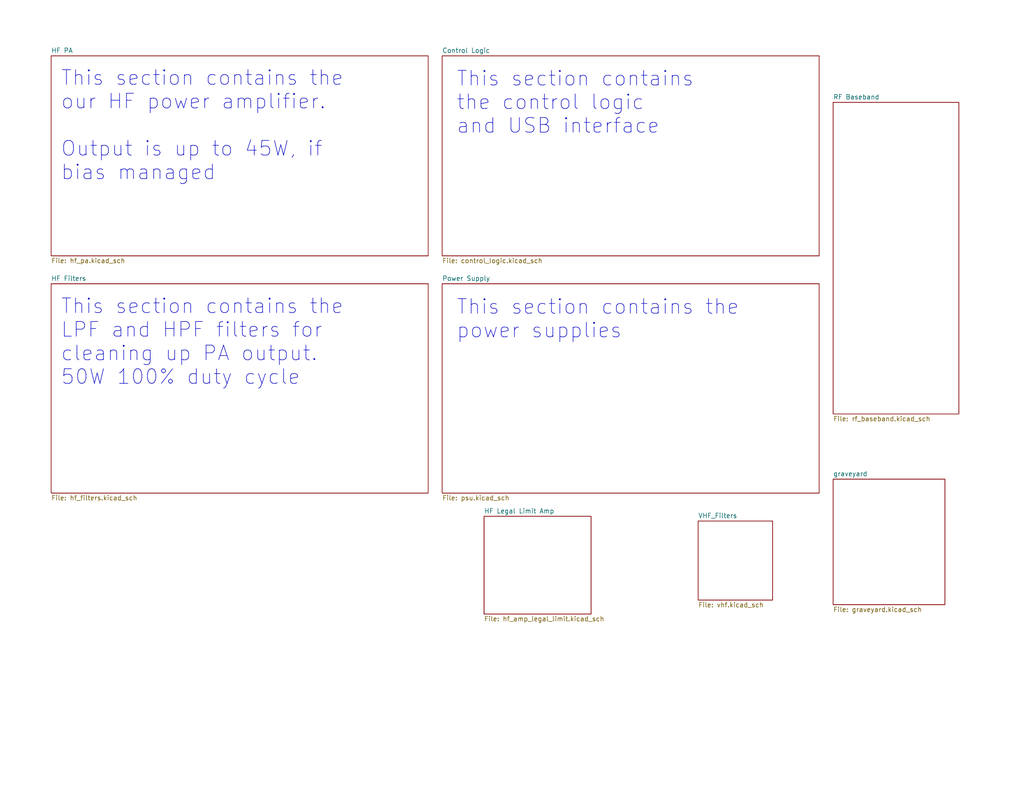
<source format=kicad_sch>
(kicad_sch
	(version 20231120)
	(generator "eeschema")
	(generator_version "8.0")
	(uuid "7de6637b-a3f9-4235-bc7f-a0209db4fd87")
	(paper "USLetter")
	(title_block
		(title "Radio Project")
		(date "2023-08-14")
	)
	(lib_symbols)
	(polyline
		(pts
			(xy 15.24 359.41) (xy 15.24 360.68)
		)
		(stroke
			(width 0)
			(type default)
		)
		(uuid "a35e96a9-6d21-4d20-ad1a-6abaf519314a")
	)
	(text "This section contains the\nour HF power amplifier.\n\nOutput is up to 45W, if\nbias managed"
		(exclude_from_sim no)
		(at 16.51 49.53 0)
		(effects
			(font
				(size 4 4)
			)
			(justify left bottom)
		)
		(uuid "2c2b0a93-2ee1-450b-a813-812feb54cec3")
	)
	(text "This section contains the\nLPF and HPF filters for\ncleaning up PA output.\n50W 100% duty cycle"
		(exclude_from_sim no)
		(at 16.51 105.41 0)
		(effects
			(font
				(size 4 4)
			)
			(justify left bottom)
		)
		(uuid "9ed684a1-9d94-4795-9862-6da8cdab4367")
	)
	(text "This section contains\nthe control logic\nand USB interface"
		(exclude_from_sim no)
		(at 124.46 36.83 0)
		(effects
			(font
				(size 4 4)
			)
			(justify left bottom)
		)
		(uuid "f327aaf4-fdc9-4922-bff2-43e8b5fb3c37")
	)
	(text "This section contains the\npower supplies"
		(exclude_from_sim no)
		(at 124.46 92.71 0)
		(effects
			(font
				(size 4 4)
			)
			(justify left bottom)
		)
		(uuid "fbc68f82-057b-4097-9684-b0a467d138ed")
	)
	(sheet
		(at 120.65 15.24)
		(size 102.87 54.61)
		(fields_autoplaced yes)
		(stroke
			(width 0.1524)
			(type solid)
		)
		(fill
			(color 0 0 0 0.0000)
		)
		(uuid "1fd4cb1c-5600-429a-82b7-a34258802c9b")
		(property "Sheetname" "Control Logic"
			(at 120.65 14.5284 0)
			(effects
				(font
					(size 1.27 1.27)
				)
				(justify left bottom)
			)
		)
		(property "Sheetfile" "control_logic.kicad_sch"
			(at 120.65 70.4346 0)
			(effects
				(font
					(size 1.27 1.27)
				)
				(justify left top)
			)
		)
		(instances
			(project "radiopcb"
				(path "/7de6637b-a3f9-4235-bc7f-a0209db4fd87"
					(page "5")
				)
			)
		)
	)
	(sheet
		(at 132.08 140.97)
		(size 29.21 26.67)
		(fields_autoplaced yes)
		(stroke
			(width 0.1524)
			(type solid)
		)
		(fill
			(color 0 0 0 0.0000)
		)
		(uuid "2a23b905-ab69-4da8-a252-d9cbcc6b94f4")
		(property "Sheetname" "HF Legal Limit Amp"
			(at 132.08 140.2584 0)
			(effects
				(font
					(size 1.27 1.27)
				)
				(justify left bottom)
			)
		)
		(property "Sheetfile" "hf_amp_legal_limit.kicad_sch"
			(at 132.08 168.2246 0)
			(effects
				(font
					(size 1.27 1.27)
				)
				(justify left top)
			)
		)
		(instances
			(project "radiopcb"
				(path "/7de6637b-a3f9-4235-bc7f-a0209db4fd87"
					(page "9")
				)
			)
		)
	)
	(sheet
		(at 227.33 130.81)
		(size 30.48 34.29)
		(fields_autoplaced yes)
		(stroke
			(width 0.1524)
			(type solid)
		)
		(fill
			(color 0 0 0 0.0000)
		)
		(uuid "342e1e60-68ee-4893-98f3-a81242143dcf")
		(property "Sheetname" "graveyard"
			(at 227.33 130.0984 0)
			(effects
				(font
					(size 1.27 1.27)
				)
				(justify left bottom)
			)
		)
		(property "Sheetfile" "graveyard.kicad_sch"
			(at 227.33 165.6846 0)
			(effects
				(font
					(size 1.27 1.27)
				)
				(justify left top)
			)
		)
		(instances
			(project "radiopcb"
				(path "/7de6637b-a3f9-4235-bc7f-a0209db4fd87"
					(page "8")
				)
			)
		)
	)
	(sheet
		(at 13.97 77.47)
		(size 102.87 57.15)
		(fields_autoplaced yes)
		(stroke
			(width 0.1524)
			(type solid)
		)
		(fill
			(color 0 0 0 0.0000)
		)
		(uuid "56173b31-289a-4c49-a589-c141bdfa0fab")
		(property "Sheetname" "HF Filters"
			(at 13.97 76.7584 0)
			(effects
				(font
					(size 1.27 1.27)
				)
				(justify left bottom)
			)
		)
		(property "Sheetfile" "hf_filters.kicad_sch"
			(at 13.97 135.2046 0)
			(effects
				(font
					(size 1.27 1.27)
				)
				(justify left top)
			)
		)
		(instances
			(project "radiopcb"
				(path "/7de6637b-a3f9-4235-bc7f-a0209db4fd87"
					(page "2")
				)
			)
		)
	)
	(sheet
		(at 13.97 15.24)
		(size 102.87 54.61)
		(fields_autoplaced yes)
		(stroke
			(width 0.1524)
			(type solid)
		)
		(fill
			(color 0 0 0 0.0000)
		)
		(uuid "9eb5e972-3da6-4527-ae74-1da19d682654")
		(property "Sheetname" "HF PA"
			(at 13.97 14.5284 0)
			(effects
				(font
					(size 1.27 1.27)
				)
				(justify left bottom)
			)
		)
		(property "Sheetfile" "hf_pa.kicad_sch"
			(at 13.97 70.4346 0)
			(effects
				(font
					(size 1.27 1.27)
				)
				(justify left top)
			)
		)
		(instances
			(project "radiopcb"
				(path "/7de6637b-a3f9-4235-bc7f-a0209db4fd87"
					(page "4")
				)
			)
		)
	)
	(sheet
		(at 120.65 77.47)
		(size 102.87 57.15)
		(fields_autoplaced yes)
		(stroke
			(width 0.1524)
			(type solid)
		)
		(fill
			(color 0 0 0 0.0000)
		)
		(uuid "c42fe2c4-f257-4c13-b29c-9a9d38346e31")
		(property "Sheetname" "Power Supply"
			(at 120.65 76.7584 0)
			(effects
				(font
					(size 1.27 1.27)
				)
				(justify left bottom)
			)
		)
		(property "Sheetfile" "psu.kicad_sch"
			(at 120.65 135.2046 0)
			(effects
				(font
					(size 1.27 1.27)
				)
				(justify left top)
			)
		)
		(instances
			(project "radiopcb"
				(path "/7de6637b-a3f9-4235-bc7f-a0209db4fd87"
					(page "6")
				)
			)
		)
	)
	(sheet
		(at 190.5 142.24)
		(size 20.32 21.59)
		(fields_autoplaced yes)
		(stroke
			(width 0.1524)
			(type solid)
		)
		(fill
			(color 0 0 0 0.0000)
		)
		(uuid "fabc80c8-959a-4a5b-89fd-2e015a87a476")
		(property "Sheetname" "VHF_Filters"
			(at 190.5 141.5284 0)
			(effects
				(font
					(size 1.27 1.27)
				)
				(justify left bottom)
			)
		)
		(property "Sheetfile" "vhf.kicad_sch"
			(at 190.5 164.4146 0)
			(effects
				(font
					(size 1.27 1.27)
				)
				(justify left top)
			)
		)
		(instances
			(project "radiopcb"
				(path "/7de6637b-a3f9-4235-bc7f-a0209db4fd87"
					(page "7")
				)
			)
		)
	)
	(sheet
		(at 227.33 27.94)
		(size 34.29 85.09)
		(fields_autoplaced yes)
		(stroke
			(width 0.1524)
			(type solid)
		)
		(fill
			(color 0 0 0 0.0000)
		)
		(uuid "fdb2b14f-0d8d-49af-a4bf-3eaab0e2b73c")
		(property "Sheetname" "RF Baseband"
			(at 227.33 27.2284 0)
			(effects
				(font
					(size 1.27 1.27)
				)
				(justify left bottom)
			)
		)
		(property "Sheetfile" "rf_baseband.kicad_sch"
			(at 227.33 113.6146 0)
			(effects
				(font
					(size 1.27 1.27)
				)
				(justify left top)
			)
		)
		(instances
			(project "radiopcb"
				(path "/7de6637b-a3f9-4235-bc7f-a0209db4fd87"
					(page "10")
				)
			)
		)
	)
	(sheet_instances
		(path "/"
			(page "1")
		)
	)
)

</source>
